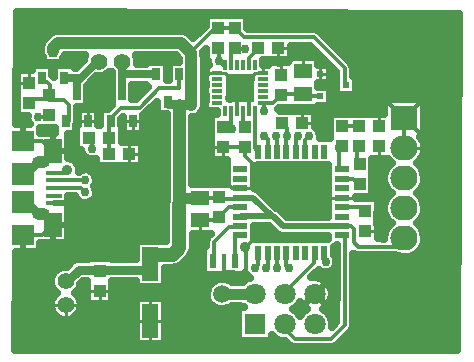
<source format=gbr>
G04 DipTrace 2.4.0.2*
%INTop.gbr*%
%MOMM*%
%ADD13C,0.33*%
%ADD14C,0.3*%
%ADD15C,0.22*%
%ADD16C,0.635*%
%ADD17C,0.762*%
%ADD18C,1.143*%
%ADD19C,1.1*%
%ADD20C,0.889*%
%ADD21C,0.5*%
%ADD22C,0.914*%
%ADD23C,1.0*%
%ADD24C,0.254*%
%ADD25R,1.5X1.3*%
%ADD26R,1.4X2.85*%
%ADD27R,1.0X1.1*%
%ADD28R,1.1X1.0*%
%ADD30R,1.8X1.8*%
%ADD31C,1.8*%
%ADD33C,1.422*%
%ADD35R,1.27X0.559*%
%ADD36R,0.559X1.27*%
%ADD38R,0.85X0.3*%
%ADD39R,0.3X0.85*%
%ADD40R,2.45X2.45*%
%ADD42R,0.65X1.05*%
%ADD43R,2.3X2.1*%
%ADD44O,2.3X2.1*%
%ADD46R,1.35X0.4*%
%ADD47R,1.6X2.1*%
%ADD48R,1.9X1.8*%
%ADD49R,1.9X1.9*%
%ADD50O,1.5X1.0*%
%ADD52R,0.6X0.5*%
%ADD53R,0.6X1.3*%
%ADD54R,0.4X1.3*%
%ADD56C,0.75*%
%ADD57C,1.5*%
%FSLAX53Y53*%
G04*
G71*
G90*
G75*
G01*
%LNTop*%
%LPD*%
X26669Y22240D2*
D13*
X25417D1*
X25204Y22453D1*
X23445D1*
X23317Y22324D1*
X21856Y21700D2*
D14*
X22692D1*
D13*
X23317Y22324D1*
X19136Y20980D2*
D14*
Y19875D1*
D13*
X18463D1*
Y19655D1*
X19186Y19517D2*
X18602D1*
X18463Y19655D1*
X21938Y21000D2*
Y21618D1*
D14*
X21856Y21700D1*
X22204Y8976D2*
D13*
Y7800D1*
X22084Y7680D1*
X2783Y20482D2*
X3506D1*
X3672Y20648D1*
X16507Y11759D2*
X17830D1*
X18082Y12012D1*
X19911Y12868D2*
X18939D1*
X18082Y12012D1*
X1459Y18487D2*
X3109D1*
X4009Y17587D1*
X1459Y10487D2*
X3109D1*
X4009Y11387D1*
X17916Y24200D2*
D15*
X18636D1*
X19886Y22950D1*
X21856Y24200D2*
X21136D1*
X19886Y22950D1*
X19636Y20980D2*
D14*
Y21820D1*
D13*
Y22700D1*
X19886Y22950D1*
X20636Y20980D2*
D14*
Y21820D1*
D13*
Y22200D1*
X19886Y22950D1*
X18463Y17955D2*
X20290D1*
X33779Y20406D2*
Y17866D1*
X20688Y23750D2*
X19636D1*
Y22700D1*
X19911Y14468D2*
X19168D1*
X18511Y15125D1*
X16125D1*
X18514Y8341D2*
Y7236D1*
X19125Y6625D1*
X20000D1*
X20375Y7000D1*
Y9500D1*
X21250Y10375D1*
X20312Y9500D2*
X20375D1*
X1459Y15687D2*
X2059D1*
X3059Y16687D1*
X1459Y13287D2*
X2059D1*
X3059Y12287D1*
X20290Y17955D2*
Y17210D1*
X21438Y16062D1*
Y15625D1*
X21500Y15562D1*
X14689Y24096D2*
Y22946D1*
X13020D1*
X11369Y21295D1*
X9768D1*
X8920Y20446D1*
Y20145D1*
X8798Y18755D2*
Y20022D1*
X8920Y20145D1*
X8800Y17375D2*
X8798Y18755D1*
X3672Y22348D2*
X3825D1*
Y23225D1*
X3571Y23479D1*
X3103D1*
Y23802D1*
X5110Y20145D2*
X5374D1*
Y21549D1*
X4968Y21955D1*
X3672D1*
Y22348D1*
Y22000D1*
X2325D1*
X2000Y21675D1*
X27004Y8976D2*
Y8371D1*
X27125Y8250D1*
X23670Y5502D2*
Y5670D1*
X26125Y8125D1*
Y8897D1*
X26204Y8976D1*
X21136Y20980D2*
D14*
Y20640D1*
D13*
Y17829D1*
X21404Y17561D1*
X17564Y8341D2*
X17701D1*
Y9890D1*
X18971Y11160D1*
X19803D1*
X19911Y11268D1*
X20636Y24920D2*
D14*
Y25511D1*
D13*
X21417Y26292D1*
Y26341D1*
X30020Y16496D2*
X29817D1*
Y18009D1*
X29975D1*
X19464Y8341D2*
Y10468D1*
X19911D1*
X28496Y12868D2*
X30007D1*
X30477Y12398D1*
Y12532D1*
X28539Y19697D2*
X29975D1*
Y19710D1*
X23004Y8976D2*
Y7712D1*
X23035Y7680D1*
X23804Y8976D2*
Y7863D1*
X23987Y7680D1*
X5003Y23802D2*
D16*
X6219D1*
X6289Y23732D1*
X6060Y23503D1*
Y22445D1*
X7905Y25186D2*
X7742D1*
X6289Y23732D1*
X9870Y22445D2*
Y24096D1*
X12789D1*
X9905Y25186D2*
X9870Y25151D1*
Y24096D1*
X20136Y20980D2*
D14*
Y20427D1*
D13*
Y19655D1*
X20290D1*
X28496Y15268D2*
X29482D1*
X29954Y14796D1*
X30020D1*
X28539Y17997D2*
X28090D1*
Y17764D1*
X28268Y17586D1*
Y16189D1*
X28375D1*
X28496Y16068D1*
X21404Y8976D2*
Y7952D1*
X21132Y7680D1*
X7338Y17815D2*
Y18514D1*
X7098Y18755D1*
X23804Y17561D2*
Y18812D1*
X23848Y18856D1*
Y19552D1*
X23400Y20000D1*
X23004Y17561D2*
Y18749D1*
X22897Y18856D1*
X4134Y15137D2*
X6769D1*
X6779Y15148D1*
X23670Y2962D2*
Y3045D1*
X23625Y3000D1*
Y2625D1*
X24562Y1688D1*
X27562D1*
X28750Y2875D1*
Y10500D1*
X28528D1*
X28496Y10468D1*
X19438Y26338D2*
D14*
X19136D1*
Y24920D1*
X24604Y17561D2*
D13*
Y18723D1*
X24799Y18919D1*
X20312Y26250D2*
X19525D1*
X19438Y26338D1*
X25404Y17561D2*
Y18509D1*
X25751Y18856D1*
X18636Y24920D2*
X18455D1*
X18312Y25062D1*
X18250D1*
X18062Y25250D1*
D14*
Y26338D1*
X18000D1*
X22204Y17561D2*
D13*
Y18598D1*
X21945Y18856D1*
X4134Y14487D2*
X6426D1*
X6779Y14134D1*
X16507Y13659D2*
Y13598D1*
X17969D1*
X18082Y13712D1*
X18197D1*
X18336Y13573D1*
X19816D1*
X19911Y13668D1*
X5123Y6572D2*
D17*
X5239D1*
X6220Y7553D1*
X7462D1*
X11859D1*
X12289Y7983D1*
Y8025D1*
D18*
Y8849D1*
X14171D1*
X14750Y9428D1*
Y10608D1*
Y13086D1*
D16*
X15237Y13573D1*
X16507D1*
Y13659D1*
X13739Y21796D2*
D17*
Y21625D1*
X15625D1*
X15750Y21500D1*
X14750D1*
D19*
Y13659D1*
D20*
X16507D1*
X19911Y13668D2*
D21*
X20957D1*
X22551Y12074D1*
X19917D1*
X19911Y12068D1*
X28496Y11268D2*
Y11250D1*
X23500D1*
X22676Y12074D1*
X22551D1*
X21130Y5502D2*
D22*
X18375D1*
Y5500D1*
X28496Y11268D2*
D13*
X29232D1*
X29500Y11000D1*
Y9875D1*
X29875Y9500D1*
X33034D1*
X33779Y10246D1*
X14750Y10125D2*
Y10608D1*
X4134Y15787D2*
Y15750D1*
X5250D1*
Y16000D1*
X8000Y7450D2*
X7566D1*
X7462Y7553D1*
X4053Y26102D2*
D23*
Y26303D1*
X4500Y26750D1*
X14875D1*
X15750Y25875D1*
Y21500D1*
X18000Y28037D2*
D13*
Y28250D1*
X15625Y25875D1*
X15750D1*
X18000Y28037D2*
X19438D1*
X20225Y27250D1*
X26097D1*
X28725Y24622D1*
Y23187D1*
X28869D1*
D22*
X29750Y4500D3*
X14750Y10125D3*
D56*
X19186Y19517D3*
D22*
X16125Y15125D3*
X29750Y8500D3*
D56*
X27125Y8250D3*
D57*
X18375Y5500D3*
D22*
X16125Y8625D3*
X13375Y20375D3*
D56*
X25751Y18856D3*
X24799Y18919D3*
X22897Y18856D3*
X21945D3*
X21938Y21000D3*
X23848Y18856D3*
X23035Y7680D3*
X22084D3*
X21132D3*
X23987D3*
X2783Y20482D3*
X7338Y17815D3*
X6779Y15148D3*
Y14134D3*
X20312Y26250D3*
X18062Y25250D3*
D22*
X16125Y20375D3*
X23438Y14375D3*
X23188Y25188D3*
X31750Y16500D3*
X20688Y23750D3*
X26750Y14375D3*
X6250Y11062D3*
X13375Y15125D3*
X6250Y12875D3*
X13375Y10250D3*
D57*
X1625Y28688D3*
D22*
X16125Y10250D3*
X31750Y11625D3*
Y13875D3*
X7125Y21500D3*
X29750Y6500D3*
X8375Y22375D3*
X10375Y18750D3*
X5250Y16000D3*
X26750Y25375D3*
X27938Y21938D3*
D57*
X37625Y28688D3*
Y1500D3*
X1625D3*
D22*
X23000Y10500D3*
X20312Y9500D3*
X29750Y2500D3*
X18375Y3625D3*
X14750Y3125D3*
X9750D3*
X18375Y1875D3*
X16125Y18875D3*
Y17500D3*
X13375Y18875D3*
Y17500D3*
Y11875D3*
X5750Y17375D3*
X13375Y13500D3*
X16500Y28938D3*
X20750D3*
X11250D3*
X25250D3*
X25125Y21125D3*
X19000Y22062D3*
X6250Y9188D3*
X21500Y15562D3*
X1027Y28719D2*
D16*
X16894D1*
X20543D2*
X38335D1*
X1027Y28087D2*
X16775D1*
X20543D2*
X38335D1*
X1027Y27455D2*
X3668D1*
X15701D2*
X16140D1*
X26952D2*
X38325D1*
X1017Y26824D2*
X3092D1*
X27587D2*
X38325D1*
X1017Y26192D2*
X2953D1*
X24273D2*
X26091D1*
X28212D2*
X38325D1*
X1017Y25560D2*
X3102D1*
X5005D2*
X6644D1*
X11167D2*
X14532D1*
X24273D2*
X26726D1*
X28847D2*
X38325D1*
X1017Y24929D2*
X6208D1*
X16852D2*
X17144D1*
X21892D2*
X22213D1*
X29423D2*
X38315D1*
X27577Y24297D2*
X27956D1*
X29492D2*
X38315D1*
X7496Y23665D2*
X8946D1*
X27577D2*
X27956D1*
X29770D2*
X38315D1*
X6990Y23034D2*
X8936D1*
X10800D2*
X11863D1*
X26555D2*
X27966D1*
X29770D2*
X38315D1*
X6990Y22402D2*
X8936D1*
X10800D2*
X11417D1*
X27577D2*
X27966D1*
X29770D2*
X38305D1*
X6990Y21770D2*
X8936D1*
X27577D2*
X32024D1*
X35535D2*
X38305D1*
X12278Y21139D2*
X12806D1*
X23182D2*
X32024D1*
X35535D2*
X38305D1*
X997Y20507D2*
X1802D1*
X11752D2*
X13600D1*
X16128D2*
X17360D1*
X26258D2*
X27431D1*
X35535D2*
X38305D1*
X11752Y19875D2*
X13600D1*
X15899D2*
X17360D1*
X26258D2*
X27431D1*
X35535D2*
X38295D1*
X3011Y19244D2*
X4184D1*
X11752D2*
X13600D1*
X15899D2*
X17360D1*
X26645D2*
X27431D1*
X35535D2*
X38295D1*
X5412Y18612D2*
X5940D1*
X9956D2*
X13600D1*
X15899D2*
X17360D1*
X35346D2*
X38295D1*
X5412Y17980D2*
X5940D1*
X11653D2*
X13600D1*
X15899D2*
X17360D1*
X35525D2*
X38285D1*
X5412Y17349D2*
X6486D1*
X11653D2*
X13600D1*
X15899D2*
X17360D1*
X35445D2*
X38285D1*
X6007Y16717D2*
X7646D1*
X11653D2*
X13600D1*
X15899D2*
X18670D1*
X31120D2*
X32511D1*
X35039D2*
X38285D1*
X6305Y16085D2*
X13600D1*
X15899D2*
X18670D1*
X21148D2*
X27262D1*
X31120D2*
X32223D1*
X35336D2*
X38285D1*
X7704Y15454D2*
X13600D1*
X15899D2*
X18670D1*
X21148D2*
X27262D1*
X31120D2*
X32034D1*
X35525D2*
X38275D1*
X7694Y14822D2*
X13600D1*
X17864D2*
X18670D1*
X21148D2*
X27262D1*
X31120D2*
X32104D1*
X35455D2*
X38275D1*
X7754Y14190D2*
X13600D1*
X21614D2*
X27262D1*
X31120D2*
X32501D1*
X35059D2*
X38275D1*
X5412Y13559D2*
X5999D1*
X7555D2*
X13600D1*
X22249D2*
X27262D1*
X31586D2*
X32223D1*
X35336D2*
X38275D1*
X5412Y12927D2*
X13570D1*
X22884D2*
X27262D1*
X31586D2*
X32034D1*
X35525D2*
X38265D1*
X5412Y12295D2*
X13570D1*
X23638D2*
X27262D1*
X31586D2*
X32104D1*
X35455D2*
X38265D1*
X5412Y11664D2*
X13570D1*
X31586D2*
X32491D1*
X35068D2*
X38265D1*
X5412Y11032D2*
X13570D1*
X21148D2*
X22539D1*
X31586D2*
X32233D1*
X35326D2*
X38265D1*
X5412Y10400D2*
X13570D1*
X15929D2*
X17152D1*
X21148D2*
X27262D1*
X31586D2*
X32034D1*
X35525D2*
X38255D1*
X3011Y9769D2*
X10980D1*
X15929D2*
X16933D1*
X35465D2*
X38255D1*
X3011Y9137D2*
X10980D1*
X15889D2*
X16655D1*
X35088D2*
X38255D1*
X947Y8505D2*
X6892D1*
X9103D2*
X10980D1*
X15463D2*
X16655D1*
X29522D2*
X38255D1*
X937Y7874D2*
X5176D1*
X14768D2*
X16655D1*
X29522D2*
X38245D1*
X937Y7242D2*
X4005D1*
X13598D2*
X16655D1*
X26307D2*
X27976D1*
X29522D2*
X38245D1*
X937Y6610D2*
X3807D1*
X6642D2*
X6893D1*
X9103D2*
X10980D1*
X13598D2*
X17658D1*
X19094D2*
X20148D1*
X27190D2*
X27976D1*
X29522D2*
X38245D1*
X937Y5979D2*
X3955D1*
X6285D2*
X6892D1*
X9103D2*
X17112D1*
X27637D2*
X27973D1*
X29522D2*
X38236D1*
X927Y5347D2*
X4075D1*
X6166D2*
X6892D1*
X9103D2*
X17032D1*
X27706D2*
X27987D1*
X29522D2*
X38236D1*
X927Y4715D2*
X3817D1*
X6434D2*
X6892D1*
X9103D2*
X10980D1*
X13598D2*
X17290D1*
X27478D2*
X27976D1*
X29522D2*
X38236D1*
X927Y4084D2*
X3906D1*
X6335D2*
X10980D1*
X13598D2*
X19622D1*
X24641D2*
X25238D1*
X27181D2*
X27976D1*
X29522D2*
X38236D1*
X927Y3452D2*
X4501D1*
X5749D2*
X10980D1*
X13598D2*
X19622D1*
X27627D2*
X27989D1*
X29522D2*
X38226D1*
X917Y2820D2*
X10980D1*
X13598D2*
X19622D1*
X29512D2*
X38226D1*
X917Y2189D2*
X10980D1*
X13598D2*
X19622D1*
X29125D2*
X38226D1*
X917Y1557D2*
X10980D1*
X13598D2*
X19622D1*
X22636D2*
X23283D1*
X28490D2*
X38226D1*
X917Y925D2*
X38216D1*
X24209Y25544D2*
X26495D1*
Y24931D1*
X27418D1*
X25805Y26543D1*
X24202Y26544D1*
X24208Y25668D1*
Y25543D1*
X23913Y25257D1*
Y25299D1*
X21824Y25300D1*
X21827Y24884D1*
X22223Y24891D1*
X22276Y24902D1*
Y25115D1*
X23913Y25130D1*
Y25257D1*
X26495Y23351D2*
Y23039D1*
X27510Y23031D1*
Y21449D1*
X26488D1*
X26495Y21262D1*
X24362D1*
X24358Y21233D1*
X23217D1*
X23100Y21143D1*
X23261Y21041D1*
X24491Y21031D1*
X24707Y21041D1*
X26191D1*
Y19658D1*
X26429Y19472D1*
X26598Y19205D1*
X26667Y18856D1*
X26645Y18730D1*
X27503Y18737D1*
X27508Y19088D1*
X27498Y20511D1*
Y20788D1*
X29580D1*
Y20758D1*
X31066Y20751D1*
X32090D1*
X32088Y21997D1*
X35470D1*
Y18815D1*
X35155D1*
X35308Y18566D1*
X35418Y18269D1*
X35468Y17956D1*
X35450Y17613D1*
X35369Y17306D1*
X35228Y17022D1*
X35034Y16771D1*
X34838Y16596D1*
X35101Y16345D1*
X35279Y16083D1*
X35401Y15790D1*
X35470Y15326D1*
X35439Y15010D1*
X35345Y14707D1*
X35194Y14429D1*
X34990Y14186D1*
X34827Y14057D1*
X35101Y13805D1*
X35279Y13543D1*
X35401Y13250D1*
X35470Y12786D1*
X35439Y12470D1*
X35345Y12167D1*
X35194Y11889D1*
X34990Y11646D1*
X34827Y11517D1*
X35101Y11265D1*
X35279Y11003D1*
X35401Y10710D1*
X35470Y10246D1*
X35439Y9930D1*
X35345Y9627D1*
X35194Y9349D1*
X34990Y9106D1*
X34742Y8909D1*
X34460Y8764D1*
X34155Y8679D1*
X33679Y8655D1*
X33324Y8695D1*
X33033Y8793D1*
X29875Y8794D1*
X29560Y8870D1*
X29456Y8912D1*
Y2875D1*
X29380Y2560D1*
X29415Y2638D1*
X29249Y2376D1*
X28062Y1188D1*
X27785Y1020D1*
X27865Y1050D1*
X27562Y981D1*
X24562D1*
X24248Y1058D1*
X24326Y1022D1*
X24063Y1188D1*
X23711Y1521D1*
X23395Y1547D1*
X23093Y1641D1*
X22818Y1800D1*
X22568Y2038D1*
X22571Y1521D1*
X19689D1*
Y4403D1*
X20195D1*
X19860Y4504D1*
X19195D1*
X19090Y4425D1*
X18807Y4283D1*
X18498Y4215D1*
X18181Y4224D1*
X17876Y4309D1*
X17601Y4466D1*
X17373Y4686D1*
X17205Y4954D1*
X17107Y5256D1*
X17086Y5572D1*
X17142Y5883D1*
X17273Y6172D1*
X17469Y6420D1*
X17721Y6613D1*
X18011Y6739D1*
X18324Y6790D1*
X18639Y6764D1*
X18939Y6661D1*
X19196Y6494D1*
X20091Y6500D1*
X20407Y6748D1*
X20686Y6880D1*
X20441Y7079D1*
X20303Y7308D1*
X20305Y7150D1*
X18623Y7160D1*
X18493Y7150D1*
X16723D1*
Y9532D1*
X16991D1*
X16995Y9890D1*
X17072Y10205D1*
X17036Y10127D1*
X17202Y10389D1*
X17377Y10565D1*
X15864Y10568D1*
X15863Y9428D1*
X15818Y9115D1*
X15680Y8819D1*
X15537Y8641D1*
X14957Y8062D1*
X14704Y7872D1*
X14398Y7761D1*
X14171Y7736D1*
X13526D1*
X13530Y6059D1*
X11048D1*
Y6624D1*
X9031Y6631D1*
X9041Y6270D1*
Y4659D1*
X6959D1*
Y6633D1*
X6599Y6631D1*
X6360Y6389D1*
X6336Y6258D1*
X6218Y5964D1*
X6030Y5709D1*
X5869Y5578D1*
X6077Y5384D1*
X6221Y5175D1*
X6320Y4941D1*
X6370Y4693D1*
X6361Y4382D1*
X6298Y4137D1*
X6186Y3909D1*
X6030Y3709D1*
X5838Y3544D1*
X5616Y3421D1*
X5374Y3345D1*
X5122Y3320D1*
X4870Y3346D1*
X4628Y3422D1*
X4406Y3545D1*
X4214Y3711D1*
X4059Y3912D1*
X3948Y4140D1*
X3885Y4385D1*
X3873Y4639D1*
X3912Y4889D1*
X4001Y5127D1*
X4135Y5341D1*
X4311Y5525D1*
X4371Y5573D1*
X4094Y5859D1*
X3948Y6140D1*
X3877Y6448D1*
X3886Y6765D1*
X3974Y7069D1*
X4135Y7341D1*
X4360Y7565D1*
X4633Y7724D1*
X4938Y7810D1*
X5185Y7816D1*
X5568Y8205D1*
X5827Y8387D1*
X6181Y8474D1*
X6965Y8475D1*
X6959Y8541D1*
X9041D1*
X9050Y8475D1*
X11044D1*
X11048Y9991D1*
X13530D1*
Y9961D1*
X13628D1*
X13637Y10926D1*
Y13086D1*
X13687Y13408D1*
X13659Y13977D1*
Y20714D1*
X12873Y20730D1*
X12859Y21349D1*
X12817Y21625D1*
Y21744D1*
X11686Y20639D1*
Y19079D1*
X9954D1*
Y20482D1*
X9784Y20311D1*
X9786Y19792D1*
X9889Y19796D1*
X9891Y18406D1*
X10107Y18416D1*
X11591D1*
Y16334D1*
X7709D1*
Y16979D1*
X7506Y16914D1*
X7190Y16911D1*
X6892Y17015D1*
X6647Y17214D1*
X6484Y17485D1*
X6439Y17707D1*
X6007Y17714D1*
Y19796D1*
X6136D1*
X6144Y20222D1*
Y21211D1*
X7876D1*
Y19796D1*
X8054D1*
Y21211D1*
X8679D1*
X9003Y21528D1*
X9011Y24032D1*
Y24304D1*
X8812Y24322D1*
X8566Y24122D1*
X8279Y23990D1*
X7967Y23935D1*
X7720Y23954D1*
X6926Y23155D1*
Y21379D1*
X6083D1*
X6080Y20145D1*
X6015Y19849D1*
X5976Y19623D1*
Y19079D1*
X5351D1*
X5350Y16994D1*
X5617Y16928D1*
X5889Y16767D1*
X6097Y16529D1*
X6220Y16237D1*
X6248Y16000D1*
X6228Y15873D1*
X6298Y15927D1*
X6591Y16044D1*
X6907Y16055D1*
X7208Y15957D1*
X7457Y15764D1*
X7626Y15497D1*
X7695Y15148D1*
X7641Y14837D1*
X7538Y14657D1*
X7626Y14483D1*
X7695Y14134D1*
X7641Y13823D1*
X7484Y13548D1*
X7243Y13344D1*
X6947Y13233D1*
X6631Y13230D1*
X6333Y13334D1*
X6088Y13533D1*
X5940Y13778D1*
X5344Y13781D1*
X5340Y13746D1*
X5350Y13611D1*
Y9796D1*
X2951D1*
X2950Y9046D1*
X884D1*
X850Y804D1*
X4779Y798D1*
X38282Y799D1*
X38400Y29231D1*
X968Y29349D1*
X929Y19933D1*
X2054Y19928D1*
X1929Y20152D1*
X1868Y20462D1*
X1887Y20588D1*
X959Y20584D1*
X969Y22766D1*
X959Y22982D1*
Y24466D1*
X2239D1*
X2237Y24868D1*
X3969D1*
Y24065D1*
X4139Y23909D1*
X4137Y24868D1*
X5869D1*
Y24660D1*
X5997Y24661D1*
X6657Y25315D1*
X6771Y25708D1*
X5023Y25709D1*
X4920Y25530D1*
X4919Y25036D1*
X3187D1*
X3174Y25545D1*
X3061Y25788D1*
X3012Y26102D1*
X3021Y26437D1*
X3089Y26696D1*
X3187Y26941D1*
Y27168D1*
X3455D1*
X3764Y27486D1*
X4019Y27673D1*
X4405Y27787D1*
X14343Y27791D1*
X14875D1*
X15188Y27743D1*
X15541Y27550D1*
X15927Y27170D1*
X16959Y28216D1*
Y29129D1*
X19041Y29119D1*
X19666Y29129D1*
X20479D1*
Y27988D1*
X20543Y27956D1*
X26097D1*
X26411Y27880D1*
X26334Y27915D1*
X26596Y27749D1*
X29224Y25121D1*
X29392Y24845D1*
X29363Y24925D1*
X29431Y24622D1*
Y23977D1*
X29710Y23978D1*
Y22396D1*
X28028D1*
X28019Y24328D1*
X27510Y24838D1*
Y23349D1*
X26496D1*
X11111Y5187D2*
X13530D1*
Y1255D1*
X11048D1*
Y5187D1*
X11111D1*
X17805Y14803D2*
X18738D1*
X18735Y16864D1*
X17422D1*
Y20746D1*
X17948D1*
X17945Y21016D1*
X16950Y21009D1*
X16960Y22391D1*
X16950Y22644D1*
X16960Y23391D1*
X16950Y23644D1*
X16960Y24391D1*
X16950Y24525D1*
Y24891D1*
X17222D1*
X17148Y25239D1*
X16959Y25246D1*
Y26209D1*
X16780Y26032D1*
X16791Y25240D1*
Y21500D1*
X16743Y21187D1*
X16603Y20904D1*
X16385Y20675D1*
X16108Y20522D1*
X15846Y20470D1*
X15841Y14842D1*
X16804Y14850D1*
X17798D1*
Y14801D1*
X31517Y11923D2*
X31518Y10207D1*
X32088Y10206D1*
X32138Y10641D1*
X32247Y10938D1*
X32413Y11208D1*
X32629Y11440D1*
X32734Y11515D1*
X32512Y11705D1*
X32321Y11958D1*
X32184Y12243D1*
X32106Y12551D1*
X32090Y12867D1*
X32138Y13181D1*
X32247Y13478D1*
X32413Y13748D1*
X32629Y13980D1*
X32734Y14055D1*
X32512Y14245D1*
X32321Y14498D1*
X32184Y14783D1*
X32106Y15091D1*
X32090Y15407D1*
X32138Y15721D1*
X32247Y16018D1*
X32413Y16288D1*
X32629Y16520D1*
X32734Y16595D1*
X32556Y16739D1*
X32365Y16969D1*
X31056Y16968D1*
X31061Y15405D1*
Y13705D1*
X29672Y13701D1*
X29662Y13648D1*
X29672Y13621D1*
X31518Y13623D1*
X31508Y11441D1*
X24339Y4228D2*
X24455Y4171D1*
X24700Y3970D1*
X24934Y3640D1*
X25232Y4020D1*
X25532Y4228D1*
X25259Y4419D1*
X25046Y4653D1*
X24939Y4823D1*
X24808Y4617D1*
X24587Y4390D1*
X24347Y4233D1*
X26879Y4228D2*
X26995Y4171D1*
X27240Y3970D1*
X27435Y3721D1*
X27571Y3435D1*
X27642Y3126D1*
X27628Y2755D1*
X28038Y3162D1*
X28044Y6685D1*
Y9652D1*
X27824Y9517D1*
Y8832D1*
X27972Y8599D1*
X28041Y8250D1*
X27987Y7939D1*
X27830Y7665D1*
X27589Y7460D1*
X27293Y7350D1*
X26977Y7346D1*
X26679Y7450D1*
X26548Y7556D1*
X25916Y6917D1*
X26278Y6941D1*
X26590Y6892D1*
X26885Y6775D1*
X27147Y6597D1*
X27364Y6366D1*
X27525Y6093D1*
X27622Y5791D1*
X27651Y5502D1*
X27616Y5187D1*
X27514Y4887D1*
X27348Y4617D1*
X27127Y4390D1*
X26891Y4232D1*
X11041Y25704D2*
X11133Y25432D1*
X11157Y25186D1*
X11140Y24954D1*
X11924D1*
X11923Y25162D1*
X13655D1*
Y23652D1*
X13823Y23665D1*
Y25162D1*
X14706D1*
X14709Y25439D1*
X14446Y25707D1*
X11035Y25709D1*
X21087Y11283D2*
X21077Y11248D1*
X21087Y10448D1*
Y10148D1*
X22224Y10142D1*
X22501Y10152D1*
X23824Y10142D1*
X24101Y10152D1*
X25424Y10142D1*
X25701Y10152D1*
X27024Y10142D1*
X27324Y10152D1*
X27320Y10458D1*
X23500Y10459D1*
X23191Y10522D1*
X22941Y10691D1*
X22344Y11287D1*
X21092Y11283D1*
X21087Y10336D1*
X21383Y10152D1*
X23024Y10142D1*
X23301Y10152D1*
X24624Y10142D1*
X24901Y10152D1*
X26224Y10142D1*
X26501Y10152D1*
X27136D1*
X27320Y12040D2*
X27330Y12089D1*
X27320Y12889D1*
X27324Y13648D1*
X27320Y15289D1*
Y16200D1*
X27024Y16385D1*
X25383Y16395D1*
X25107Y16385D1*
X23783Y16395D1*
X23507Y16385D1*
X22183Y16395D1*
X21907Y16385D1*
X21087Y16383D1*
X21077Y15248D1*
X21087Y15035D1*
Y14449D1*
X21266Y14396D1*
X21516Y14228D1*
X22921Y12826D1*
X23143Y12713D1*
X23831Y12037D1*
X27320Y12048D1*
X27330Y13689D1*
X27320Y13737D1*
X27330Y16089D1*
X27320Y16389D1*
X26183Y16395D1*
X25907Y16385D1*
X24583Y16395D1*
X24307Y16385D1*
X22983Y16395D1*
X22707Y16385D1*
X21383Y16395D1*
X21083Y16385D1*
X21087Y14501D1*
X4244Y19188D2*
Y19565D1*
X2957Y19557D1*
X2950Y19230D1*
Y19176D1*
X4246Y19178D1*
X10736Y23243D2*
Y21993D1*
X11068Y22001D1*
X12111Y23036D1*
X11923Y23030D1*
Y23238D1*
X10735Y23237D1*
X25204Y25543D2*
D24*
Y24353D1*
X12289Y5186D2*
Y1256D1*
X11049Y3221D2*
X13529D1*
X30477Y10832D2*
X31517D1*
X16507Y11759D2*
Y10570D1*
X18463Y17955D2*
Y16866D1*
X17423Y17955D2*
X18463D1*
X23317Y25114D2*
Y24024D1*
X23117Y26341D2*
Y25302D1*
Y26341D2*
X24207D1*
X31675Y18009D2*
Y16969D1*
Y20750D2*
Y19710D1*
X26210Y5502D2*
D21*
X27228Y4484D1*
Y6520D2*
X25192Y4484D1*
X5123Y4572D2*
D24*
Y3321D1*
X3872Y4572D2*
X6374D1*
X19911Y14468D2*
X21086D1*
X27321Y13668D2*
X29671D1*
X16951Y24200D2*
X17916D1*
X21856Y24889D2*
Y24200D1*
X7010Y21209D2*
Y20145D1*
X6145D2*
X7875D1*
X10820D2*
Y19080D1*
X9955Y20145D2*
X11685D1*
X8000Y5750D2*
Y4660D1*
X6960Y5750D2*
X9040D1*
X10500Y18415D2*
Y16335D1*
Y17375D2*
X11590D1*
X2000Y24465D2*
Y23375D1*
X960D2*
X2000D1*
X25100Y21040D2*
Y20000D1*
X26190D1*
X32089Y21996D2*
D13*
X35470Y18815D1*
Y21996D2*
X33779Y20406D1*
Y17866D2*
D24*
X35469D1*
X4134Y13187D2*
D21*
X5349D1*
X4009Y19177D2*
Y17587D1*
X5349D1*
X4009Y11387D2*
Y9798D1*
Y11387D2*
X5349D1*
X1459Y19927D2*
Y18487D1*
Y10487D2*
Y9048D1*
X26669Y24930D2*
D24*
Y23350D1*
Y24140D2*
X27509D1*
X18514Y8341D2*
Y7151D1*
D25*
X25204Y24353D3*
Y22453D3*
D26*
X12289Y8025D3*
Y3221D3*
D27*
X18082Y12012D3*
Y13712D3*
X30477Y10832D3*
Y12532D3*
D25*
X16507Y11759D3*
Y13659D3*
D27*
X18463Y17955D3*
Y19655D3*
X20290Y17955D3*
Y19655D3*
X23317Y22324D3*
Y24024D3*
D28*
X21417Y26341D3*
X23117D3*
X31675Y18009D3*
X29975D3*
X31675Y19710D3*
X29975D3*
D30*
X21130Y2962D3*
D31*
X23670D3*
X26210D3*
Y5502D3*
X23670D3*
X21130D3*
D33*
X5123Y6572D3*
Y4572D3*
X9905Y25186D3*
X7905D3*
D35*
X19911Y16068D3*
Y15268D3*
Y14468D3*
Y13668D3*
Y12868D3*
Y12068D3*
Y11268D3*
Y10468D3*
D36*
X21404Y8976D3*
X22204D3*
X23004D3*
X23804D3*
X24604D3*
X25404D3*
X26204D3*
X27004D3*
D35*
X28496Y10468D3*
Y11268D3*
Y12068D3*
Y12868D3*
Y13668D3*
Y14468D3*
Y15268D3*
Y16068D3*
D36*
X27004Y17561D3*
X26204D3*
X25404D3*
X24604D3*
X23804D3*
X23004D3*
X22204D3*
X21404D3*
D38*
X17916Y24200D3*
Y23700D3*
Y23200D3*
Y22700D3*
Y22200D3*
Y21700D3*
D39*
X18636Y20980D3*
X19136D3*
X19636D3*
X20136D3*
X20636D3*
X21136D3*
D38*
X21856Y21700D3*
Y22200D3*
Y22700D3*
Y23200D3*
Y23700D3*
Y24200D3*
D39*
X21136Y24920D3*
X20636D3*
X20136D3*
X19636D3*
X19136D3*
X18636D3*
D40*
X19886Y22950D3*
D42*
X5110Y20145D3*
X7010D3*
X6060Y22445D3*
X3103Y23802D3*
X5003D3*
X4053Y26102D3*
X8920Y20145D3*
X10820D3*
X9870Y22445D3*
X14689Y24096D3*
X12789D3*
X13739Y21796D3*
D27*
X18000Y28037D3*
Y26338D3*
X19438Y28037D3*
Y26338D3*
X8000Y5750D3*
Y7450D3*
X3672Y20648D3*
Y22348D3*
D28*
X7098Y18755D3*
X8798D3*
X10500Y17375D3*
X8800D3*
D27*
X2000Y23375D3*
Y21675D3*
X30020Y16496D3*
Y14796D3*
X28539Y19697D3*
Y17997D3*
D28*
X25100Y20000D3*
X23400D3*
D43*
X33779Y20406D3*
D44*
Y17866D3*
Y15326D3*
Y12786D3*
Y10246D3*
D46*
X4134Y15787D3*
Y15137D3*
Y14487D3*
Y13837D3*
Y13187D3*
D47*
X4009Y17587D3*
Y11387D3*
D48*
X1459Y18487D3*
Y10487D3*
D49*
Y15687D3*
Y13287D3*
D50*
X3059Y16687D3*
Y12287D3*
D52*
X26669Y24140D3*
Y22240D3*
X28869Y23187D3*
D53*
X17564Y8341D3*
D54*
X18514D3*
D53*
X19464D3*
M02*

</source>
